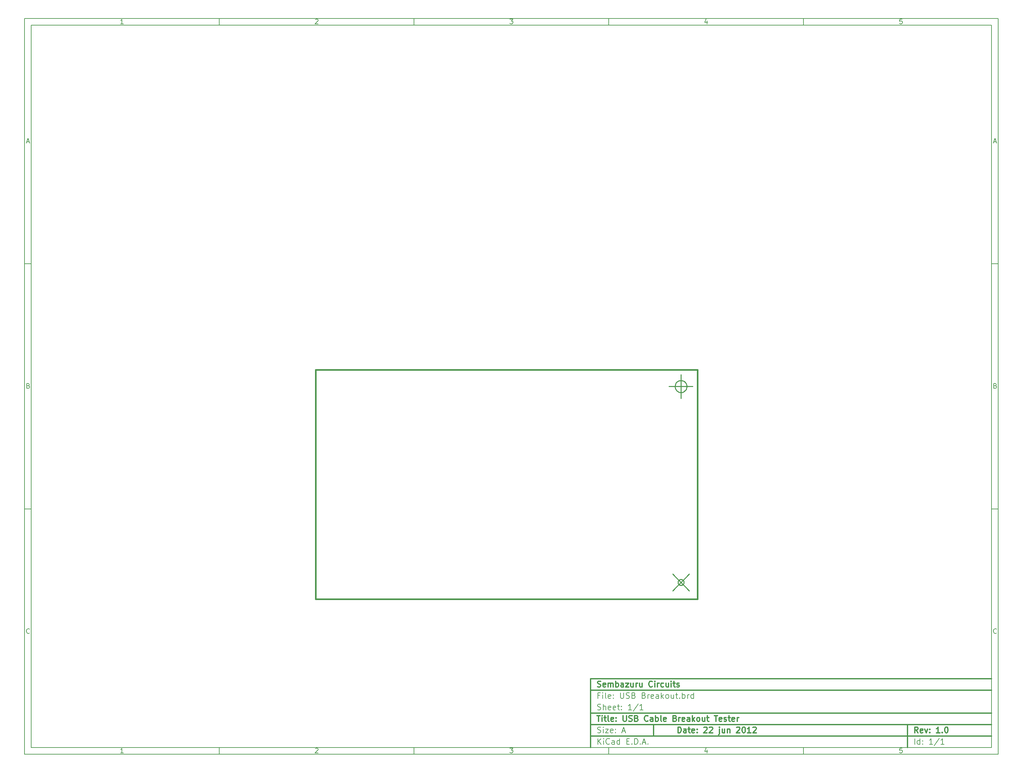
<source format=gbr>
G04 (created by PCBNEW-RS274X (2012-01-19 BZR 3256)-stable) date 08/08/2012 15:29:02*
G01*
G70*
G90*
%MOIN*%
G04 Gerber Fmt 3.4, Leading zero omitted, Abs format*
%FSLAX34Y34*%
G04 APERTURE LIST*
%ADD10C,0.006000*%
%ADD11C,0.012000*%
%ADD12C,0.010000*%
%ADD13C,0.015000*%
G04 APERTURE END LIST*
G54D10*
X-30500Y36750D02*
X71500Y36750D01*
X71500Y-40250D01*
X-30500Y-40250D01*
X-30500Y36750D01*
X-29800Y36050D02*
X70800Y36050D01*
X70800Y-39550D01*
X-29800Y-39550D01*
X-29800Y36050D01*
X-10100Y36750D02*
X-10100Y36050D01*
X-20157Y36198D02*
X-20443Y36198D01*
X-20300Y36198D02*
X-20300Y36698D01*
X-20348Y36626D01*
X-20395Y36579D01*
X-20443Y36555D01*
X-10100Y-40250D02*
X-10100Y-39550D01*
X-20157Y-40102D02*
X-20443Y-40102D01*
X-20300Y-40102D02*
X-20300Y-39602D01*
X-20348Y-39674D01*
X-20395Y-39721D01*
X-20443Y-39745D01*
X10300Y36750D02*
X10300Y36050D01*
X-00043Y36650D02*
X-00019Y36674D01*
X00029Y36698D01*
X00148Y36698D01*
X00195Y36674D01*
X00219Y36650D01*
X00243Y36602D01*
X00243Y36555D01*
X00219Y36483D01*
X-00067Y36198D01*
X00243Y36198D01*
X10300Y-40250D02*
X10300Y-39550D01*
X-00043Y-39650D02*
X-00019Y-39626D01*
X00029Y-39602D01*
X00148Y-39602D01*
X00195Y-39626D01*
X00219Y-39650D01*
X00243Y-39698D01*
X00243Y-39745D01*
X00219Y-39817D01*
X-00067Y-40102D01*
X00243Y-40102D01*
X30700Y36750D02*
X30700Y36050D01*
X20333Y36698D02*
X20643Y36698D01*
X20476Y36507D01*
X20548Y36507D01*
X20595Y36483D01*
X20619Y36460D01*
X20643Y36412D01*
X20643Y36293D01*
X20619Y36245D01*
X20595Y36221D01*
X20548Y36198D01*
X20405Y36198D01*
X20357Y36221D01*
X20333Y36245D01*
X30700Y-40250D02*
X30700Y-39550D01*
X20333Y-39602D02*
X20643Y-39602D01*
X20476Y-39793D01*
X20548Y-39793D01*
X20595Y-39817D01*
X20619Y-39840D01*
X20643Y-39888D01*
X20643Y-40007D01*
X20619Y-40055D01*
X20595Y-40079D01*
X20548Y-40102D01*
X20405Y-40102D01*
X20357Y-40079D01*
X20333Y-40055D01*
X51100Y36750D02*
X51100Y36050D01*
X40995Y36531D02*
X40995Y36198D01*
X40876Y36721D02*
X40757Y36364D01*
X41067Y36364D01*
X51100Y-40250D02*
X51100Y-39550D01*
X40995Y-39769D02*
X40995Y-40102D01*
X40876Y-39579D02*
X40757Y-39936D01*
X41067Y-39936D01*
X61419Y36698D02*
X61181Y36698D01*
X61157Y36460D01*
X61181Y36483D01*
X61229Y36507D01*
X61348Y36507D01*
X61395Y36483D01*
X61419Y36460D01*
X61443Y36412D01*
X61443Y36293D01*
X61419Y36245D01*
X61395Y36221D01*
X61348Y36198D01*
X61229Y36198D01*
X61181Y36221D01*
X61157Y36245D01*
X61419Y-39602D02*
X61181Y-39602D01*
X61157Y-39840D01*
X61181Y-39817D01*
X61229Y-39793D01*
X61348Y-39793D01*
X61395Y-39817D01*
X61419Y-39840D01*
X61443Y-39888D01*
X61443Y-40007D01*
X61419Y-40055D01*
X61395Y-40079D01*
X61348Y-40102D01*
X61229Y-40102D01*
X61181Y-40079D01*
X61157Y-40055D01*
X-30500Y11090D02*
X-29800Y11090D01*
X-30269Y23860D02*
X-30031Y23860D01*
X-30316Y23718D02*
X-30150Y24218D01*
X-29983Y23718D01*
X71500Y11090D02*
X70800Y11090D01*
X71031Y23860D02*
X71269Y23860D01*
X70984Y23718D02*
X71150Y24218D01*
X71317Y23718D01*
X-30500Y-14570D02*
X-29800Y-14570D01*
X-30114Y-01680D02*
X-30043Y-01704D01*
X-30019Y-01728D01*
X-29995Y-01776D01*
X-29995Y-01847D01*
X-30019Y-01895D01*
X-30043Y-01919D01*
X-30090Y-01942D01*
X-30281Y-01942D01*
X-30281Y-01442D01*
X-30114Y-01442D01*
X-30067Y-01466D01*
X-30043Y-01490D01*
X-30019Y-01538D01*
X-30019Y-01585D01*
X-30043Y-01633D01*
X-30067Y-01657D01*
X-30114Y-01680D01*
X-30281Y-01680D01*
X71500Y-14570D02*
X70800Y-14570D01*
X71186Y-01680D02*
X71257Y-01704D01*
X71281Y-01728D01*
X71305Y-01776D01*
X71305Y-01847D01*
X71281Y-01895D01*
X71257Y-01919D01*
X71210Y-01942D01*
X71019Y-01942D01*
X71019Y-01442D01*
X71186Y-01442D01*
X71233Y-01466D01*
X71257Y-01490D01*
X71281Y-01538D01*
X71281Y-01585D01*
X71257Y-01633D01*
X71233Y-01657D01*
X71186Y-01680D01*
X71019Y-01680D01*
X-29995Y-27555D02*
X-30019Y-27579D01*
X-30090Y-27602D01*
X-30138Y-27602D01*
X-30210Y-27579D01*
X-30257Y-27531D01*
X-30281Y-27483D01*
X-30305Y-27388D01*
X-30305Y-27317D01*
X-30281Y-27221D01*
X-30257Y-27174D01*
X-30210Y-27126D01*
X-30138Y-27102D01*
X-30090Y-27102D01*
X-30019Y-27126D01*
X-29995Y-27150D01*
X71305Y-27555D02*
X71281Y-27579D01*
X71210Y-27602D01*
X71162Y-27602D01*
X71090Y-27579D01*
X71043Y-27531D01*
X71019Y-27483D01*
X70995Y-27388D01*
X70995Y-27317D01*
X71019Y-27221D01*
X71043Y-27174D01*
X71090Y-27126D01*
X71162Y-27102D01*
X71210Y-27102D01*
X71281Y-27126D01*
X71305Y-27150D01*
G54D11*
X37943Y-37993D02*
X37943Y-37393D01*
X38086Y-37393D01*
X38171Y-37421D01*
X38229Y-37479D01*
X38257Y-37536D01*
X38286Y-37650D01*
X38286Y-37736D01*
X38257Y-37850D01*
X38229Y-37907D01*
X38171Y-37964D01*
X38086Y-37993D01*
X37943Y-37993D01*
X38800Y-37993D02*
X38800Y-37679D01*
X38771Y-37621D01*
X38714Y-37593D01*
X38600Y-37593D01*
X38543Y-37621D01*
X38800Y-37964D02*
X38743Y-37993D01*
X38600Y-37993D01*
X38543Y-37964D01*
X38514Y-37907D01*
X38514Y-37850D01*
X38543Y-37793D01*
X38600Y-37764D01*
X38743Y-37764D01*
X38800Y-37736D01*
X39000Y-37593D02*
X39229Y-37593D01*
X39086Y-37393D02*
X39086Y-37907D01*
X39114Y-37964D01*
X39172Y-37993D01*
X39229Y-37993D01*
X39657Y-37964D02*
X39600Y-37993D01*
X39486Y-37993D01*
X39429Y-37964D01*
X39400Y-37907D01*
X39400Y-37679D01*
X39429Y-37621D01*
X39486Y-37593D01*
X39600Y-37593D01*
X39657Y-37621D01*
X39686Y-37679D01*
X39686Y-37736D01*
X39400Y-37793D01*
X39943Y-37936D02*
X39971Y-37964D01*
X39943Y-37993D01*
X39914Y-37964D01*
X39943Y-37936D01*
X39943Y-37993D01*
X39943Y-37621D02*
X39971Y-37650D01*
X39943Y-37679D01*
X39914Y-37650D01*
X39943Y-37621D01*
X39943Y-37679D01*
X40657Y-37450D02*
X40686Y-37421D01*
X40743Y-37393D01*
X40886Y-37393D01*
X40943Y-37421D01*
X40972Y-37450D01*
X41000Y-37507D01*
X41000Y-37564D01*
X40972Y-37650D01*
X40629Y-37993D01*
X41000Y-37993D01*
X41228Y-37450D02*
X41257Y-37421D01*
X41314Y-37393D01*
X41457Y-37393D01*
X41514Y-37421D01*
X41543Y-37450D01*
X41571Y-37507D01*
X41571Y-37564D01*
X41543Y-37650D01*
X41200Y-37993D01*
X41571Y-37993D01*
X42285Y-37593D02*
X42285Y-38107D01*
X42256Y-38164D01*
X42199Y-38193D01*
X42171Y-38193D01*
X42285Y-37393D02*
X42256Y-37421D01*
X42285Y-37450D01*
X42313Y-37421D01*
X42285Y-37393D01*
X42285Y-37450D01*
X42828Y-37593D02*
X42828Y-37993D01*
X42571Y-37593D02*
X42571Y-37907D01*
X42599Y-37964D01*
X42657Y-37993D01*
X42742Y-37993D01*
X42799Y-37964D01*
X42828Y-37936D01*
X43114Y-37593D02*
X43114Y-37993D01*
X43114Y-37650D02*
X43142Y-37621D01*
X43200Y-37593D01*
X43285Y-37593D01*
X43342Y-37621D01*
X43371Y-37679D01*
X43371Y-37993D01*
X44085Y-37450D02*
X44114Y-37421D01*
X44171Y-37393D01*
X44314Y-37393D01*
X44371Y-37421D01*
X44400Y-37450D01*
X44428Y-37507D01*
X44428Y-37564D01*
X44400Y-37650D01*
X44057Y-37993D01*
X44428Y-37993D01*
X44799Y-37393D02*
X44856Y-37393D01*
X44913Y-37421D01*
X44942Y-37450D01*
X44971Y-37507D01*
X44999Y-37621D01*
X44999Y-37764D01*
X44971Y-37879D01*
X44942Y-37936D01*
X44913Y-37964D01*
X44856Y-37993D01*
X44799Y-37993D01*
X44742Y-37964D01*
X44713Y-37936D01*
X44685Y-37879D01*
X44656Y-37764D01*
X44656Y-37621D01*
X44685Y-37507D01*
X44713Y-37450D01*
X44742Y-37421D01*
X44799Y-37393D01*
X45570Y-37993D02*
X45227Y-37993D01*
X45399Y-37993D02*
X45399Y-37393D01*
X45342Y-37479D01*
X45284Y-37536D01*
X45227Y-37564D01*
X45798Y-37450D02*
X45827Y-37421D01*
X45884Y-37393D01*
X46027Y-37393D01*
X46084Y-37421D01*
X46113Y-37450D01*
X46141Y-37507D01*
X46141Y-37564D01*
X46113Y-37650D01*
X45770Y-37993D01*
X46141Y-37993D01*
G54D10*
X29543Y-39193D02*
X29543Y-38593D01*
X29886Y-39193D02*
X29629Y-38850D01*
X29886Y-38593D02*
X29543Y-38936D01*
X30143Y-39193D02*
X30143Y-38793D01*
X30143Y-38593D02*
X30114Y-38621D01*
X30143Y-38650D01*
X30171Y-38621D01*
X30143Y-38593D01*
X30143Y-38650D01*
X30772Y-39136D02*
X30743Y-39164D01*
X30657Y-39193D01*
X30600Y-39193D01*
X30515Y-39164D01*
X30457Y-39107D01*
X30429Y-39050D01*
X30400Y-38936D01*
X30400Y-38850D01*
X30429Y-38736D01*
X30457Y-38679D01*
X30515Y-38621D01*
X30600Y-38593D01*
X30657Y-38593D01*
X30743Y-38621D01*
X30772Y-38650D01*
X31286Y-39193D02*
X31286Y-38879D01*
X31257Y-38821D01*
X31200Y-38793D01*
X31086Y-38793D01*
X31029Y-38821D01*
X31286Y-39164D02*
X31229Y-39193D01*
X31086Y-39193D01*
X31029Y-39164D01*
X31000Y-39107D01*
X31000Y-39050D01*
X31029Y-38993D01*
X31086Y-38964D01*
X31229Y-38964D01*
X31286Y-38936D01*
X31829Y-39193D02*
X31829Y-38593D01*
X31829Y-39164D02*
X31772Y-39193D01*
X31658Y-39193D01*
X31600Y-39164D01*
X31572Y-39136D01*
X31543Y-39079D01*
X31543Y-38907D01*
X31572Y-38850D01*
X31600Y-38821D01*
X31658Y-38793D01*
X31772Y-38793D01*
X31829Y-38821D01*
X32572Y-38879D02*
X32772Y-38879D01*
X32858Y-39193D02*
X32572Y-39193D01*
X32572Y-38593D01*
X32858Y-38593D01*
X33115Y-39136D02*
X33143Y-39164D01*
X33115Y-39193D01*
X33086Y-39164D01*
X33115Y-39136D01*
X33115Y-39193D01*
X33401Y-39193D02*
X33401Y-38593D01*
X33544Y-38593D01*
X33629Y-38621D01*
X33687Y-38679D01*
X33715Y-38736D01*
X33744Y-38850D01*
X33744Y-38936D01*
X33715Y-39050D01*
X33687Y-39107D01*
X33629Y-39164D01*
X33544Y-39193D01*
X33401Y-39193D01*
X34001Y-39136D02*
X34029Y-39164D01*
X34001Y-39193D01*
X33972Y-39164D01*
X34001Y-39136D01*
X34001Y-39193D01*
X34258Y-39021D02*
X34544Y-39021D01*
X34201Y-39193D02*
X34401Y-38593D01*
X34601Y-39193D01*
X34801Y-39136D02*
X34829Y-39164D01*
X34801Y-39193D01*
X34772Y-39164D01*
X34801Y-39136D01*
X34801Y-39193D01*
G54D11*
X63086Y-37993D02*
X62886Y-37707D01*
X62743Y-37993D02*
X62743Y-37393D01*
X62971Y-37393D01*
X63029Y-37421D01*
X63057Y-37450D01*
X63086Y-37507D01*
X63086Y-37593D01*
X63057Y-37650D01*
X63029Y-37679D01*
X62971Y-37707D01*
X62743Y-37707D01*
X63571Y-37964D02*
X63514Y-37993D01*
X63400Y-37993D01*
X63343Y-37964D01*
X63314Y-37907D01*
X63314Y-37679D01*
X63343Y-37621D01*
X63400Y-37593D01*
X63514Y-37593D01*
X63571Y-37621D01*
X63600Y-37679D01*
X63600Y-37736D01*
X63314Y-37793D01*
X63800Y-37593D02*
X63943Y-37993D01*
X64085Y-37593D01*
X64314Y-37936D02*
X64342Y-37964D01*
X64314Y-37993D01*
X64285Y-37964D01*
X64314Y-37936D01*
X64314Y-37993D01*
X64314Y-37621D02*
X64342Y-37650D01*
X64314Y-37679D01*
X64285Y-37650D01*
X64314Y-37621D01*
X64314Y-37679D01*
X65371Y-37993D02*
X65028Y-37993D01*
X65200Y-37993D02*
X65200Y-37393D01*
X65143Y-37479D01*
X65085Y-37536D01*
X65028Y-37564D01*
X65628Y-37936D02*
X65656Y-37964D01*
X65628Y-37993D01*
X65599Y-37964D01*
X65628Y-37936D01*
X65628Y-37993D01*
X66028Y-37393D02*
X66085Y-37393D01*
X66142Y-37421D01*
X66171Y-37450D01*
X66200Y-37507D01*
X66228Y-37621D01*
X66228Y-37764D01*
X66200Y-37879D01*
X66171Y-37936D01*
X66142Y-37964D01*
X66085Y-37993D01*
X66028Y-37993D01*
X65971Y-37964D01*
X65942Y-37936D01*
X65914Y-37879D01*
X65885Y-37764D01*
X65885Y-37621D01*
X65914Y-37507D01*
X65942Y-37450D01*
X65971Y-37421D01*
X66028Y-37393D01*
G54D10*
X29514Y-37964D02*
X29600Y-37993D01*
X29743Y-37993D01*
X29800Y-37964D01*
X29829Y-37936D01*
X29857Y-37879D01*
X29857Y-37821D01*
X29829Y-37764D01*
X29800Y-37736D01*
X29743Y-37707D01*
X29629Y-37679D01*
X29571Y-37650D01*
X29543Y-37621D01*
X29514Y-37564D01*
X29514Y-37507D01*
X29543Y-37450D01*
X29571Y-37421D01*
X29629Y-37393D01*
X29771Y-37393D01*
X29857Y-37421D01*
X30114Y-37993D02*
X30114Y-37593D01*
X30114Y-37393D02*
X30085Y-37421D01*
X30114Y-37450D01*
X30142Y-37421D01*
X30114Y-37393D01*
X30114Y-37450D01*
X30343Y-37593D02*
X30657Y-37593D01*
X30343Y-37993D01*
X30657Y-37993D01*
X31114Y-37964D02*
X31057Y-37993D01*
X30943Y-37993D01*
X30886Y-37964D01*
X30857Y-37907D01*
X30857Y-37679D01*
X30886Y-37621D01*
X30943Y-37593D01*
X31057Y-37593D01*
X31114Y-37621D01*
X31143Y-37679D01*
X31143Y-37736D01*
X30857Y-37793D01*
X31400Y-37936D02*
X31428Y-37964D01*
X31400Y-37993D01*
X31371Y-37964D01*
X31400Y-37936D01*
X31400Y-37993D01*
X31400Y-37621D02*
X31428Y-37650D01*
X31400Y-37679D01*
X31371Y-37650D01*
X31400Y-37621D01*
X31400Y-37679D01*
X32114Y-37821D02*
X32400Y-37821D01*
X32057Y-37993D02*
X32257Y-37393D01*
X32457Y-37993D01*
X62743Y-39193D02*
X62743Y-38593D01*
X63286Y-39193D02*
X63286Y-38593D01*
X63286Y-39164D02*
X63229Y-39193D01*
X63115Y-39193D01*
X63057Y-39164D01*
X63029Y-39136D01*
X63000Y-39079D01*
X63000Y-38907D01*
X63029Y-38850D01*
X63057Y-38821D01*
X63115Y-38793D01*
X63229Y-38793D01*
X63286Y-38821D01*
X63572Y-39136D02*
X63600Y-39164D01*
X63572Y-39193D01*
X63543Y-39164D01*
X63572Y-39136D01*
X63572Y-39193D01*
X63572Y-38821D02*
X63600Y-38850D01*
X63572Y-38879D01*
X63543Y-38850D01*
X63572Y-38821D01*
X63572Y-38879D01*
X64629Y-39193D02*
X64286Y-39193D01*
X64458Y-39193D02*
X64458Y-38593D01*
X64401Y-38679D01*
X64343Y-38736D01*
X64286Y-38764D01*
X65314Y-38564D02*
X64800Y-39336D01*
X65829Y-39193D02*
X65486Y-39193D01*
X65658Y-39193D02*
X65658Y-38593D01*
X65601Y-38679D01*
X65543Y-38736D01*
X65486Y-38764D01*
G54D11*
X29457Y-36193D02*
X29800Y-36193D01*
X29629Y-36793D02*
X29629Y-36193D01*
X30000Y-36793D02*
X30000Y-36393D01*
X30000Y-36193D02*
X29971Y-36221D01*
X30000Y-36250D01*
X30028Y-36221D01*
X30000Y-36193D01*
X30000Y-36250D01*
X30200Y-36393D02*
X30429Y-36393D01*
X30286Y-36193D02*
X30286Y-36707D01*
X30314Y-36764D01*
X30372Y-36793D01*
X30429Y-36793D01*
X30715Y-36793D02*
X30657Y-36764D01*
X30629Y-36707D01*
X30629Y-36193D01*
X31171Y-36764D02*
X31114Y-36793D01*
X31000Y-36793D01*
X30943Y-36764D01*
X30914Y-36707D01*
X30914Y-36479D01*
X30943Y-36421D01*
X31000Y-36393D01*
X31114Y-36393D01*
X31171Y-36421D01*
X31200Y-36479D01*
X31200Y-36536D01*
X30914Y-36593D01*
X31457Y-36736D02*
X31485Y-36764D01*
X31457Y-36793D01*
X31428Y-36764D01*
X31457Y-36736D01*
X31457Y-36793D01*
X31457Y-36421D02*
X31485Y-36450D01*
X31457Y-36479D01*
X31428Y-36450D01*
X31457Y-36421D01*
X31457Y-36479D01*
X32200Y-36193D02*
X32200Y-36679D01*
X32228Y-36736D01*
X32257Y-36764D01*
X32314Y-36793D01*
X32428Y-36793D01*
X32486Y-36764D01*
X32514Y-36736D01*
X32543Y-36679D01*
X32543Y-36193D01*
X32800Y-36764D02*
X32886Y-36793D01*
X33029Y-36793D01*
X33086Y-36764D01*
X33115Y-36736D01*
X33143Y-36679D01*
X33143Y-36621D01*
X33115Y-36564D01*
X33086Y-36536D01*
X33029Y-36507D01*
X32915Y-36479D01*
X32857Y-36450D01*
X32829Y-36421D01*
X32800Y-36364D01*
X32800Y-36307D01*
X32829Y-36250D01*
X32857Y-36221D01*
X32915Y-36193D01*
X33057Y-36193D01*
X33143Y-36221D01*
X33600Y-36479D02*
X33686Y-36507D01*
X33714Y-36536D01*
X33743Y-36593D01*
X33743Y-36679D01*
X33714Y-36736D01*
X33686Y-36764D01*
X33628Y-36793D01*
X33400Y-36793D01*
X33400Y-36193D01*
X33600Y-36193D01*
X33657Y-36221D01*
X33686Y-36250D01*
X33714Y-36307D01*
X33714Y-36364D01*
X33686Y-36421D01*
X33657Y-36450D01*
X33600Y-36479D01*
X33400Y-36479D01*
X34800Y-36736D02*
X34771Y-36764D01*
X34685Y-36793D01*
X34628Y-36793D01*
X34543Y-36764D01*
X34485Y-36707D01*
X34457Y-36650D01*
X34428Y-36536D01*
X34428Y-36450D01*
X34457Y-36336D01*
X34485Y-36279D01*
X34543Y-36221D01*
X34628Y-36193D01*
X34685Y-36193D01*
X34771Y-36221D01*
X34800Y-36250D01*
X35314Y-36793D02*
X35314Y-36479D01*
X35285Y-36421D01*
X35228Y-36393D01*
X35114Y-36393D01*
X35057Y-36421D01*
X35314Y-36764D02*
X35257Y-36793D01*
X35114Y-36793D01*
X35057Y-36764D01*
X35028Y-36707D01*
X35028Y-36650D01*
X35057Y-36593D01*
X35114Y-36564D01*
X35257Y-36564D01*
X35314Y-36536D01*
X35600Y-36793D02*
X35600Y-36193D01*
X35600Y-36421D02*
X35657Y-36393D01*
X35771Y-36393D01*
X35828Y-36421D01*
X35857Y-36450D01*
X35886Y-36507D01*
X35886Y-36679D01*
X35857Y-36736D01*
X35828Y-36764D01*
X35771Y-36793D01*
X35657Y-36793D01*
X35600Y-36764D01*
X36229Y-36793D02*
X36171Y-36764D01*
X36143Y-36707D01*
X36143Y-36193D01*
X36685Y-36764D02*
X36628Y-36793D01*
X36514Y-36793D01*
X36457Y-36764D01*
X36428Y-36707D01*
X36428Y-36479D01*
X36457Y-36421D01*
X36514Y-36393D01*
X36628Y-36393D01*
X36685Y-36421D01*
X36714Y-36479D01*
X36714Y-36536D01*
X36428Y-36593D01*
X37628Y-36479D02*
X37714Y-36507D01*
X37742Y-36536D01*
X37771Y-36593D01*
X37771Y-36679D01*
X37742Y-36736D01*
X37714Y-36764D01*
X37656Y-36793D01*
X37428Y-36793D01*
X37428Y-36193D01*
X37628Y-36193D01*
X37685Y-36221D01*
X37714Y-36250D01*
X37742Y-36307D01*
X37742Y-36364D01*
X37714Y-36421D01*
X37685Y-36450D01*
X37628Y-36479D01*
X37428Y-36479D01*
X38028Y-36793D02*
X38028Y-36393D01*
X38028Y-36507D02*
X38056Y-36450D01*
X38085Y-36421D01*
X38142Y-36393D01*
X38199Y-36393D01*
X38627Y-36764D02*
X38570Y-36793D01*
X38456Y-36793D01*
X38399Y-36764D01*
X38370Y-36707D01*
X38370Y-36479D01*
X38399Y-36421D01*
X38456Y-36393D01*
X38570Y-36393D01*
X38627Y-36421D01*
X38656Y-36479D01*
X38656Y-36536D01*
X38370Y-36593D01*
X39170Y-36793D02*
X39170Y-36479D01*
X39141Y-36421D01*
X39084Y-36393D01*
X38970Y-36393D01*
X38913Y-36421D01*
X39170Y-36764D02*
X39113Y-36793D01*
X38970Y-36793D01*
X38913Y-36764D01*
X38884Y-36707D01*
X38884Y-36650D01*
X38913Y-36593D01*
X38970Y-36564D01*
X39113Y-36564D01*
X39170Y-36536D01*
X39456Y-36793D02*
X39456Y-36193D01*
X39513Y-36564D02*
X39684Y-36793D01*
X39684Y-36393D02*
X39456Y-36621D01*
X40028Y-36793D02*
X39970Y-36764D01*
X39942Y-36736D01*
X39913Y-36679D01*
X39913Y-36507D01*
X39942Y-36450D01*
X39970Y-36421D01*
X40028Y-36393D01*
X40113Y-36393D01*
X40170Y-36421D01*
X40199Y-36450D01*
X40228Y-36507D01*
X40228Y-36679D01*
X40199Y-36736D01*
X40170Y-36764D01*
X40113Y-36793D01*
X40028Y-36793D01*
X40742Y-36393D02*
X40742Y-36793D01*
X40485Y-36393D02*
X40485Y-36707D01*
X40513Y-36764D01*
X40571Y-36793D01*
X40656Y-36793D01*
X40713Y-36764D01*
X40742Y-36736D01*
X40942Y-36393D02*
X41171Y-36393D01*
X41028Y-36193D02*
X41028Y-36707D01*
X41056Y-36764D01*
X41114Y-36793D01*
X41171Y-36793D01*
X41742Y-36193D02*
X42085Y-36193D01*
X41914Y-36793D02*
X41914Y-36193D01*
X42513Y-36764D02*
X42456Y-36793D01*
X42342Y-36793D01*
X42285Y-36764D01*
X42256Y-36707D01*
X42256Y-36479D01*
X42285Y-36421D01*
X42342Y-36393D01*
X42456Y-36393D01*
X42513Y-36421D01*
X42542Y-36479D01*
X42542Y-36536D01*
X42256Y-36593D01*
X42770Y-36764D02*
X42827Y-36793D01*
X42942Y-36793D01*
X42999Y-36764D01*
X43027Y-36707D01*
X43027Y-36679D01*
X42999Y-36621D01*
X42942Y-36593D01*
X42856Y-36593D01*
X42799Y-36564D01*
X42770Y-36507D01*
X42770Y-36479D01*
X42799Y-36421D01*
X42856Y-36393D01*
X42942Y-36393D01*
X42999Y-36421D01*
X43199Y-36393D02*
X43428Y-36393D01*
X43285Y-36193D02*
X43285Y-36707D01*
X43313Y-36764D01*
X43371Y-36793D01*
X43428Y-36793D01*
X43856Y-36764D02*
X43799Y-36793D01*
X43685Y-36793D01*
X43628Y-36764D01*
X43599Y-36707D01*
X43599Y-36479D01*
X43628Y-36421D01*
X43685Y-36393D01*
X43799Y-36393D01*
X43856Y-36421D01*
X43885Y-36479D01*
X43885Y-36536D01*
X43599Y-36593D01*
X44142Y-36793D02*
X44142Y-36393D01*
X44142Y-36507D02*
X44170Y-36450D01*
X44199Y-36421D01*
X44256Y-36393D01*
X44313Y-36393D01*
G54D10*
X29743Y-34079D02*
X29543Y-34079D01*
X29543Y-34393D02*
X29543Y-33793D01*
X29829Y-33793D01*
X30057Y-34393D02*
X30057Y-33993D01*
X30057Y-33793D02*
X30028Y-33821D01*
X30057Y-33850D01*
X30085Y-33821D01*
X30057Y-33793D01*
X30057Y-33850D01*
X30429Y-34393D02*
X30371Y-34364D01*
X30343Y-34307D01*
X30343Y-33793D01*
X30885Y-34364D02*
X30828Y-34393D01*
X30714Y-34393D01*
X30657Y-34364D01*
X30628Y-34307D01*
X30628Y-34079D01*
X30657Y-34021D01*
X30714Y-33993D01*
X30828Y-33993D01*
X30885Y-34021D01*
X30914Y-34079D01*
X30914Y-34136D01*
X30628Y-34193D01*
X31171Y-34336D02*
X31199Y-34364D01*
X31171Y-34393D01*
X31142Y-34364D01*
X31171Y-34336D01*
X31171Y-34393D01*
X31171Y-34021D02*
X31199Y-34050D01*
X31171Y-34079D01*
X31142Y-34050D01*
X31171Y-34021D01*
X31171Y-34079D01*
X31914Y-33793D02*
X31914Y-34279D01*
X31942Y-34336D01*
X31971Y-34364D01*
X32028Y-34393D01*
X32142Y-34393D01*
X32200Y-34364D01*
X32228Y-34336D01*
X32257Y-34279D01*
X32257Y-33793D01*
X32514Y-34364D02*
X32600Y-34393D01*
X32743Y-34393D01*
X32800Y-34364D01*
X32829Y-34336D01*
X32857Y-34279D01*
X32857Y-34221D01*
X32829Y-34164D01*
X32800Y-34136D01*
X32743Y-34107D01*
X32629Y-34079D01*
X32571Y-34050D01*
X32543Y-34021D01*
X32514Y-33964D01*
X32514Y-33907D01*
X32543Y-33850D01*
X32571Y-33821D01*
X32629Y-33793D01*
X32771Y-33793D01*
X32857Y-33821D01*
X33314Y-34079D02*
X33400Y-34107D01*
X33428Y-34136D01*
X33457Y-34193D01*
X33457Y-34279D01*
X33428Y-34336D01*
X33400Y-34364D01*
X33342Y-34393D01*
X33114Y-34393D01*
X33114Y-33793D01*
X33314Y-33793D01*
X33371Y-33821D01*
X33400Y-33850D01*
X33428Y-33907D01*
X33428Y-33964D01*
X33400Y-34021D01*
X33371Y-34050D01*
X33314Y-34079D01*
X33114Y-34079D01*
X34371Y-34079D02*
X34457Y-34107D01*
X34485Y-34136D01*
X34514Y-34193D01*
X34514Y-34279D01*
X34485Y-34336D01*
X34457Y-34364D01*
X34399Y-34393D01*
X34171Y-34393D01*
X34171Y-33793D01*
X34371Y-33793D01*
X34428Y-33821D01*
X34457Y-33850D01*
X34485Y-33907D01*
X34485Y-33964D01*
X34457Y-34021D01*
X34428Y-34050D01*
X34371Y-34079D01*
X34171Y-34079D01*
X34771Y-34393D02*
X34771Y-33993D01*
X34771Y-34107D02*
X34799Y-34050D01*
X34828Y-34021D01*
X34885Y-33993D01*
X34942Y-33993D01*
X35370Y-34364D02*
X35313Y-34393D01*
X35199Y-34393D01*
X35142Y-34364D01*
X35113Y-34307D01*
X35113Y-34079D01*
X35142Y-34021D01*
X35199Y-33993D01*
X35313Y-33993D01*
X35370Y-34021D01*
X35399Y-34079D01*
X35399Y-34136D01*
X35113Y-34193D01*
X35913Y-34393D02*
X35913Y-34079D01*
X35884Y-34021D01*
X35827Y-33993D01*
X35713Y-33993D01*
X35656Y-34021D01*
X35913Y-34364D02*
X35856Y-34393D01*
X35713Y-34393D01*
X35656Y-34364D01*
X35627Y-34307D01*
X35627Y-34250D01*
X35656Y-34193D01*
X35713Y-34164D01*
X35856Y-34164D01*
X35913Y-34136D01*
X36199Y-34393D02*
X36199Y-33793D01*
X36256Y-34164D02*
X36427Y-34393D01*
X36427Y-33993D02*
X36199Y-34221D01*
X36771Y-34393D02*
X36713Y-34364D01*
X36685Y-34336D01*
X36656Y-34279D01*
X36656Y-34107D01*
X36685Y-34050D01*
X36713Y-34021D01*
X36771Y-33993D01*
X36856Y-33993D01*
X36913Y-34021D01*
X36942Y-34050D01*
X36971Y-34107D01*
X36971Y-34279D01*
X36942Y-34336D01*
X36913Y-34364D01*
X36856Y-34393D01*
X36771Y-34393D01*
X37485Y-33993D02*
X37485Y-34393D01*
X37228Y-33993D02*
X37228Y-34307D01*
X37256Y-34364D01*
X37314Y-34393D01*
X37399Y-34393D01*
X37456Y-34364D01*
X37485Y-34336D01*
X37685Y-33993D02*
X37914Y-33993D01*
X37771Y-33793D02*
X37771Y-34307D01*
X37799Y-34364D01*
X37857Y-34393D01*
X37914Y-34393D01*
X38114Y-34336D02*
X38142Y-34364D01*
X38114Y-34393D01*
X38085Y-34364D01*
X38114Y-34336D01*
X38114Y-34393D01*
X38400Y-34393D02*
X38400Y-33793D01*
X38400Y-34021D02*
X38457Y-33993D01*
X38571Y-33993D01*
X38628Y-34021D01*
X38657Y-34050D01*
X38686Y-34107D01*
X38686Y-34279D01*
X38657Y-34336D01*
X38628Y-34364D01*
X38571Y-34393D01*
X38457Y-34393D01*
X38400Y-34364D01*
X38943Y-34393D02*
X38943Y-33993D01*
X38943Y-34107D02*
X38971Y-34050D01*
X39000Y-34021D01*
X39057Y-33993D01*
X39114Y-33993D01*
X39571Y-34393D02*
X39571Y-33793D01*
X39571Y-34364D02*
X39514Y-34393D01*
X39400Y-34393D01*
X39342Y-34364D01*
X39314Y-34336D01*
X39285Y-34279D01*
X39285Y-34107D01*
X39314Y-34050D01*
X39342Y-34021D01*
X39400Y-33993D01*
X39514Y-33993D01*
X39571Y-34021D01*
X29514Y-35564D02*
X29600Y-35593D01*
X29743Y-35593D01*
X29800Y-35564D01*
X29829Y-35536D01*
X29857Y-35479D01*
X29857Y-35421D01*
X29829Y-35364D01*
X29800Y-35336D01*
X29743Y-35307D01*
X29629Y-35279D01*
X29571Y-35250D01*
X29543Y-35221D01*
X29514Y-35164D01*
X29514Y-35107D01*
X29543Y-35050D01*
X29571Y-35021D01*
X29629Y-34993D01*
X29771Y-34993D01*
X29857Y-35021D01*
X30114Y-35593D02*
X30114Y-34993D01*
X30371Y-35593D02*
X30371Y-35279D01*
X30342Y-35221D01*
X30285Y-35193D01*
X30200Y-35193D01*
X30142Y-35221D01*
X30114Y-35250D01*
X30885Y-35564D02*
X30828Y-35593D01*
X30714Y-35593D01*
X30657Y-35564D01*
X30628Y-35507D01*
X30628Y-35279D01*
X30657Y-35221D01*
X30714Y-35193D01*
X30828Y-35193D01*
X30885Y-35221D01*
X30914Y-35279D01*
X30914Y-35336D01*
X30628Y-35393D01*
X31399Y-35564D02*
X31342Y-35593D01*
X31228Y-35593D01*
X31171Y-35564D01*
X31142Y-35507D01*
X31142Y-35279D01*
X31171Y-35221D01*
X31228Y-35193D01*
X31342Y-35193D01*
X31399Y-35221D01*
X31428Y-35279D01*
X31428Y-35336D01*
X31142Y-35393D01*
X31599Y-35193D02*
X31828Y-35193D01*
X31685Y-34993D02*
X31685Y-35507D01*
X31713Y-35564D01*
X31771Y-35593D01*
X31828Y-35593D01*
X32028Y-35536D02*
X32056Y-35564D01*
X32028Y-35593D01*
X31999Y-35564D01*
X32028Y-35536D01*
X32028Y-35593D01*
X32028Y-35221D02*
X32056Y-35250D01*
X32028Y-35279D01*
X31999Y-35250D01*
X32028Y-35221D01*
X32028Y-35279D01*
X33085Y-35593D02*
X32742Y-35593D01*
X32914Y-35593D02*
X32914Y-34993D01*
X32857Y-35079D01*
X32799Y-35136D01*
X32742Y-35164D01*
X33770Y-34964D02*
X33256Y-35736D01*
X34285Y-35593D02*
X33942Y-35593D01*
X34114Y-35593D02*
X34114Y-34993D01*
X34057Y-35079D01*
X33999Y-35136D01*
X33942Y-35164D01*
G54D11*
X29514Y-33164D02*
X29600Y-33193D01*
X29743Y-33193D01*
X29800Y-33164D01*
X29829Y-33136D01*
X29857Y-33079D01*
X29857Y-33021D01*
X29829Y-32964D01*
X29800Y-32936D01*
X29743Y-32907D01*
X29629Y-32879D01*
X29571Y-32850D01*
X29543Y-32821D01*
X29514Y-32764D01*
X29514Y-32707D01*
X29543Y-32650D01*
X29571Y-32621D01*
X29629Y-32593D01*
X29771Y-32593D01*
X29857Y-32621D01*
X30342Y-33164D02*
X30285Y-33193D01*
X30171Y-33193D01*
X30114Y-33164D01*
X30085Y-33107D01*
X30085Y-32879D01*
X30114Y-32821D01*
X30171Y-32793D01*
X30285Y-32793D01*
X30342Y-32821D01*
X30371Y-32879D01*
X30371Y-32936D01*
X30085Y-32993D01*
X30628Y-33193D02*
X30628Y-32793D01*
X30628Y-32850D02*
X30656Y-32821D01*
X30714Y-32793D01*
X30799Y-32793D01*
X30856Y-32821D01*
X30885Y-32879D01*
X30885Y-33193D01*
X30885Y-32879D02*
X30914Y-32821D01*
X30971Y-32793D01*
X31056Y-32793D01*
X31114Y-32821D01*
X31142Y-32879D01*
X31142Y-33193D01*
X31428Y-33193D02*
X31428Y-32593D01*
X31428Y-32821D02*
X31485Y-32793D01*
X31599Y-32793D01*
X31656Y-32821D01*
X31685Y-32850D01*
X31714Y-32907D01*
X31714Y-33079D01*
X31685Y-33136D01*
X31656Y-33164D01*
X31599Y-33193D01*
X31485Y-33193D01*
X31428Y-33164D01*
X32228Y-33193D02*
X32228Y-32879D01*
X32199Y-32821D01*
X32142Y-32793D01*
X32028Y-32793D01*
X31971Y-32821D01*
X32228Y-33164D02*
X32171Y-33193D01*
X32028Y-33193D01*
X31971Y-33164D01*
X31942Y-33107D01*
X31942Y-33050D01*
X31971Y-32993D01*
X32028Y-32964D01*
X32171Y-32964D01*
X32228Y-32936D01*
X32457Y-32793D02*
X32771Y-32793D01*
X32457Y-33193D01*
X32771Y-33193D01*
X33257Y-32793D02*
X33257Y-33193D01*
X33000Y-32793D02*
X33000Y-33107D01*
X33028Y-33164D01*
X33086Y-33193D01*
X33171Y-33193D01*
X33228Y-33164D01*
X33257Y-33136D01*
X33543Y-33193D02*
X33543Y-32793D01*
X33543Y-32907D02*
X33571Y-32850D01*
X33600Y-32821D01*
X33657Y-32793D01*
X33714Y-32793D01*
X34171Y-32793D02*
X34171Y-33193D01*
X33914Y-32793D02*
X33914Y-33107D01*
X33942Y-33164D01*
X34000Y-33193D01*
X34085Y-33193D01*
X34142Y-33164D01*
X34171Y-33136D01*
X35257Y-33136D02*
X35228Y-33164D01*
X35142Y-33193D01*
X35085Y-33193D01*
X35000Y-33164D01*
X34942Y-33107D01*
X34914Y-33050D01*
X34885Y-32936D01*
X34885Y-32850D01*
X34914Y-32736D01*
X34942Y-32679D01*
X35000Y-32621D01*
X35085Y-32593D01*
X35142Y-32593D01*
X35228Y-32621D01*
X35257Y-32650D01*
X35514Y-33193D02*
X35514Y-32793D01*
X35514Y-32593D02*
X35485Y-32621D01*
X35514Y-32650D01*
X35542Y-32621D01*
X35514Y-32593D01*
X35514Y-32650D01*
X35800Y-33193D02*
X35800Y-32793D01*
X35800Y-32907D02*
X35828Y-32850D01*
X35857Y-32821D01*
X35914Y-32793D01*
X35971Y-32793D01*
X36428Y-33164D02*
X36371Y-33193D01*
X36257Y-33193D01*
X36199Y-33164D01*
X36171Y-33136D01*
X36142Y-33079D01*
X36142Y-32907D01*
X36171Y-32850D01*
X36199Y-32821D01*
X36257Y-32793D01*
X36371Y-32793D01*
X36428Y-32821D01*
X36942Y-32793D02*
X36942Y-33193D01*
X36685Y-32793D02*
X36685Y-33107D01*
X36713Y-33164D01*
X36771Y-33193D01*
X36856Y-33193D01*
X36913Y-33164D01*
X36942Y-33136D01*
X37228Y-33193D02*
X37228Y-32793D01*
X37228Y-32593D02*
X37199Y-32621D01*
X37228Y-32650D01*
X37256Y-32621D01*
X37228Y-32593D01*
X37228Y-32650D01*
X37428Y-32793D02*
X37657Y-32793D01*
X37514Y-32593D02*
X37514Y-33107D01*
X37542Y-33164D01*
X37600Y-33193D01*
X37657Y-33193D01*
X37828Y-33164D02*
X37885Y-33193D01*
X38000Y-33193D01*
X38057Y-33164D01*
X38085Y-33107D01*
X38085Y-33079D01*
X38057Y-33021D01*
X38000Y-32993D01*
X37914Y-32993D01*
X37857Y-32964D01*
X37828Y-32907D01*
X37828Y-32879D01*
X37857Y-32821D01*
X37914Y-32793D01*
X38000Y-32793D01*
X38057Y-32821D01*
X28800Y-32350D02*
X28800Y-39550D01*
X28800Y-33550D02*
X70800Y-33550D01*
X28800Y-32350D02*
X70800Y-32350D01*
X28800Y-35950D02*
X70800Y-35950D01*
X62000Y-37150D02*
X62000Y-39550D01*
X28800Y-38350D02*
X70800Y-38350D01*
X28800Y-37150D02*
X70800Y-37150D01*
X35400Y-37150D02*
X35400Y-38350D01*
G54D12*
X38562Y-22250D02*
X38556Y-22310D01*
X38538Y-22368D01*
X38509Y-22422D01*
X38471Y-22469D01*
X38424Y-22508D01*
X38370Y-22537D01*
X38312Y-22555D01*
X38252Y-22561D01*
X38192Y-22556D01*
X38134Y-22539D01*
X38080Y-22511D01*
X38032Y-22472D01*
X37993Y-22426D01*
X37964Y-22372D01*
X37945Y-22314D01*
X37939Y-22254D01*
X37944Y-22194D01*
X37960Y-22136D01*
X37988Y-22081D01*
X38026Y-22034D01*
X38072Y-21994D01*
X38126Y-21965D01*
X38184Y-21946D01*
X38244Y-21939D01*
X38304Y-21943D01*
X38362Y-21960D01*
X38417Y-21987D01*
X38465Y-22025D01*
X38504Y-22071D01*
X38535Y-22124D01*
X38554Y-22181D01*
X38561Y-22242D01*
X38562Y-22250D01*
X37375Y-21375D02*
X39125Y-23125D01*
X37375Y-23125D02*
X39125Y-21375D01*
X38875Y-01750D02*
X38863Y-01871D01*
X38827Y-01988D01*
X38770Y-02095D01*
X38693Y-02190D01*
X38599Y-02268D01*
X38492Y-02326D01*
X38375Y-02362D01*
X38254Y-02374D01*
X38133Y-02363D01*
X38016Y-02329D01*
X37908Y-02272D01*
X37813Y-02196D01*
X37735Y-02103D01*
X37676Y-01996D01*
X37639Y-01879D01*
X37626Y-01758D01*
X37636Y-01638D01*
X37669Y-01520D01*
X37725Y-01412D01*
X37801Y-01316D01*
X37894Y-01237D01*
X38000Y-01178D01*
X38116Y-01140D01*
X38237Y-01126D01*
X38358Y-01135D01*
X38476Y-01168D01*
X38584Y-01223D01*
X38681Y-01298D01*
X38760Y-01390D01*
X38820Y-01496D01*
X38859Y-01612D01*
X38874Y-01733D01*
X38875Y-01750D01*
X37000Y-01750D02*
X39500Y-01750D01*
X38250Y-00500D02*
X38250Y-03000D01*
G54D13*
X40000Y-24000D02*
X00000Y-24000D01*
X00000Y00000D02*
X40000Y00000D01*
X00000Y-24000D02*
X00000Y00000D01*
X40000Y00000D02*
X40000Y-24000D01*
M02*

</source>
